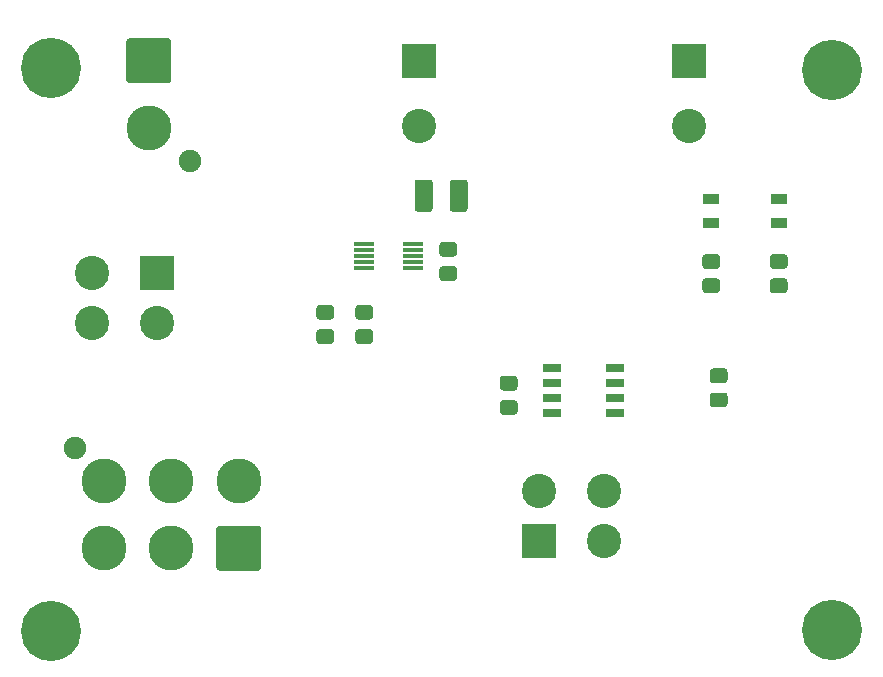
<source format=gbr>
%TF.GenerationSoftware,KiCad,Pcbnew,(5.1.6)-1*%
%TF.CreationDate,2021-04-27T16:34:21-04:00*%
%TF.ProjectId,GLV_BOBV6,474c565f-424f-4425-9636-2e6b69636164,rev?*%
%TF.SameCoordinates,Original*%
%TF.FileFunction,Soldermask,Top*%
%TF.FilePolarity,Negative*%
%FSLAX46Y46*%
G04 Gerber Fmt 4.6, Leading zero omitted, Abs format (unit mm)*
G04 Created by KiCad (PCBNEW (5.1.6)-1) date 2021-04-27 16:34:21*
%MOMM*%
%LPD*%
G01*
G04 APERTURE LIST*
%ADD10R,1.649400X0.658800*%
%ADD11R,1.344600X0.963600*%
%ADD12R,2.900000X2.900000*%
%ADD13C,2.900000*%
%ADD14R,1.674800X0.379400*%
%ADD15C,5.100000*%
%ADD16C,1.900000*%
%ADD17C,3.800000*%
G04 APERTURE END LIST*
%TO.C,R3*%
G36*
G01*
X150804262Y-45568000D02*
X149847738Y-45568000D01*
G75*
G02*
X149576000Y-45296262I0J271738D01*
G01*
X149576000Y-44589738D01*
G75*
G02*
X149847738Y-44318000I271738J0D01*
G01*
X150804262Y-44318000D01*
G75*
G02*
X151076000Y-44589738I0J-271738D01*
G01*
X151076000Y-45296262D01*
G75*
G02*
X150804262Y-45568000I-271738J0D01*
G01*
G37*
G36*
G01*
X150804262Y-43518000D02*
X149847738Y-43518000D01*
G75*
G02*
X149576000Y-43246262I0J271738D01*
G01*
X149576000Y-42539738D01*
G75*
G02*
X149847738Y-42268000I271738J0D01*
G01*
X150804262Y-42268000D01*
G75*
G02*
X151076000Y-42539738I0J-271738D01*
G01*
X151076000Y-43246262D01*
G75*
G02*
X150804262Y-43518000I-271738J0D01*
G01*
G37*
%TD*%
%TO.C,R2*%
G36*
G01*
X147502262Y-43518000D02*
X146545738Y-43518000D01*
G75*
G02*
X146274000Y-43246262I0J271738D01*
G01*
X146274000Y-42539738D01*
G75*
G02*
X146545738Y-42268000I271738J0D01*
G01*
X147502262Y-42268000D01*
G75*
G02*
X147774000Y-42539738I0J-271738D01*
G01*
X147774000Y-43246262D01*
G75*
G02*
X147502262Y-43518000I-271738J0D01*
G01*
G37*
G36*
G01*
X147502262Y-45568000D02*
X146545738Y-45568000D01*
G75*
G02*
X146274000Y-45296262I0J271738D01*
G01*
X146274000Y-44589738D01*
G75*
G02*
X146545738Y-44318000I271738J0D01*
G01*
X147502262Y-44318000D01*
G75*
G02*
X147774000Y-44589738I0J-271738D01*
G01*
X147774000Y-45296262D01*
G75*
G02*
X147502262Y-45568000I-271738J0D01*
G01*
G37*
%TD*%
%TO.C,C1*%
G36*
G01*
X157916262Y-40234000D02*
X156959738Y-40234000D01*
G75*
G02*
X156688000Y-39962262I0J271738D01*
G01*
X156688000Y-39255738D01*
G75*
G02*
X156959738Y-38984000I271738J0D01*
G01*
X157916262Y-38984000D01*
G75*
G02*
X158188000Y-39255738I0J-271738D01*
G01*
X158188000Y-39962262D01*
G75*
G02*
X157916262Y-40234000I-271738J0D01*
G01*
G37*
G36*
G01*
X157916262Y-38184000D02*
X156959738Y-38184000D01*
G75*
G02*
X156688000Y-37912262I0J271738D01*
G01*
X156688000Y-37205738D01*
G75*
G02*
X156959738Y-36934000I271738J0D01*
G01*
X157916262Y-36934000D01*
G75*
G02*
X158188000Y-37205738I0J-271738D01*
G01*
X158188000Y-37912262D01*
G75*
G02*
X157916262Y-38184000I-271738J0D01*
G01*
G37*
%TD*%
%TO.C,C2*%
G36*
G01*
X162081738Y-50320000D02*
X163038262Y-50320000D01*
G75*
G02*
X163310000Y-50591738I0J-271738D01*
G01*
X163310000Y-51298262D01*
G75*
G02*
X163038262Y-51570000I-271738J0D01*
G01*
X162081738Y-51570000D01*
G75*
G02*
X161810000Y-51298262I0J271738D01*
G01*
X161810000Y-50591738D01*
G75*
G02*
X162081738Y-50320000I271738J0D01*
G01*
G37*
G36*
G01*
X162081738Y-48270000D02*
X163038262Y-48270000D01*
G75*
G02*
X163310000Y-48541738I0J-271738D01*
G01*
X163310000Y-49248262D01*
G75*
G02*
X163038262Y-49520000I-271738J0D01*
G01*
X162081738Y-49520000D01*
G75*
G02*
X161810000Y-49248262I0J271738D01*
G01*
X161810000Y-48541738D01*
G75*
G02*
X162081738Y-48270000I271738J0D01*
G01*
G37*
%TD*%
%TO.C,C3*%
G36*
G01*
X180818262Y-50935000D02*
X179861738Y-50935000D01*
G75*
G02*
X179590000Y-50663262I0J271738D01*
G01*
X179590000Y-49956738D01*
G75*
G02*
X179861738Y-49685000I271738J0D01*
G01*
X180818262Y-49685000D01*
G75*
G02*
X181090000Y-49956738I0J-271738D01*
G01*
X181090000Y-50663262D01*
G75*
G02*
X180818262Y-50935000I-271738J0D01*
G01*
G37*
G36*
G01*
X180818262Y-48885000D02*
X179861738Y-48885000D01*
G75*
G02*
X179590000Y-48613262I0J271738D01*
G01*
X179590000Y-47906738D01*
G75*
G02*
X179861738Y-47635000I271738J0D01*
G01*
X180818262Y-47635000D01*
G75*
G02*
X181090000Y-47906738I0J-271738D01*
G01*
X181090000Y-48613262D01*
G75*
G02*
X180818262Y-48885000I-271738J0D01*
G01*
G37*
%TD*%
D10*
%TO.C,CR1*%
X166230300Y-47625000D03*
X166230300Y-48895000D03*
X166230300Y-50165000D03*
X166230300Y-51435000D03*
X171589700Y-51435000D03*
X171589700Y-50165000D03*
X171589700Y-48895000D03*
X171589700Y-47625000D03*
%TD*%
D11*
%TO.C,D2 5V*%
X179705000Y-35318700D03*
X179705000Y-33261300D03*
%TD*%
%TO.C,D3 24V*%
X185420000Y-33261300D03*
X185420000Y-35318700D03*
%TD*%
D12*
%TO.C,J2 Extra 24V*%
X177800000Y-21590000D03*
D13*
X177800000Y-27090000D03*
%TD*%
%TO.C,J3 CAN ISO*%
X154940000Y-27090000D03*
D12*
X154940000Y-21590000D03*
%TD*%
D13*
%TO.C,J4 Logic*%
X170600000Y-58030000D03*
X170600000Y-62230000D03*
X165100000Y-58030000D03*
D12*
X165100000Y-62230000D03*
%TD*%
%TO.C,J5 TSI*%
X132800000Y-39600000D03*
D13*
X132800000Y-43800000D03*
X127300000Y-39600000D03*
X127300000Y-43800000D03*
%TD*%
%TO.C,R1*%
G36*
G01*
X159095000Y-31912544D02*
X159095000Y-34127456D01*
G75*
G02*
X158827456Y-34395000I-267544J0D01*
G01*
X157837544Y-34395000D01*
G75*
G02*
X157570000Y-34127456I0J267544D01*
G01*
X157570000Y-31912544D01*
G75*
G02*
X157837544Y-31645000I267544J0D01*
G01*
X158827456Y-31645000D01*
G75*
G02*
X159095000Y-31912544I0J-267544D01*
G01*
G37*
G36*
G01*
X156120000Y-31912544D02*
X156120000Y-34127456D01*
G75*
G02*
X155852456Y-34395000I-267544J0D01*
G01*
X154862544Y-34395000D01*
G75*
G02*
X154595000Y-34127456I0J267544D01*
G01*
X154595000Y-31912544D01*
G75*
G02*
X154862544Y-31645000I267544J0D01*
G01*
X155852456Y-31645000D01*
G75*
G02*
X156120000Y-31912544I0J-267544D01*
G01*
G37*
%TD*%
%TO.C,R8*%
G36*
G01*
X179226738Y-37965000D02*
X180183262Y-37965000D01*
G75*
G02*
X180455000Y-38236738I0J-271738D01*
G01*
X180455000Y-38943262D01*
G75*
G02*
X180183262Y-39215000I-271738J0D01*
G01*
X179226738Y-39215000D01*
G75*
G02*
X178955000Y-38943262I0J271738D01*
G01*
X178955000Y-38236738D01*
G75*
G02*
X179226738Y-37965000I271738J0D01*
G01*
G37*
G36*
G01*
X179226738Y-40015000D02*
X180183262Y-40015000D01*
G75*
G02*
X180455000Y-40286738I0J-271738D01*
G01*
X180455000Y-40993262D01*
G75*
G02*
X180183262Y-41265000I-271738J0D01*
G01*
X179226738Y-41265000D01*
G75*
G02*
X178955000Y-40993262I0J271738D01*
G01*
X178955000Y-40286738D01*
G75*
G02*
X179226738Y-40015000I271738J0D01*
G01*
G37*
%TD*%
%TO.C,R9*%
G36*
G01*
X184941738Y-40015000D02*
X185898262Y-40015000D01*
G75*
G02*
X186170000Y-40286738I0J-271738D01*
G01*
X186170000Y-40993262D01*
G75*
G02*
X185898262Y-41265000I-271738J0D01*
G01*
X184941738Y-41265000D01*
G75*
G02*
X184670000Y-40993262I0J271738D01*
G01*
X184670000Y-40286738D01*
G75*
G02*
X184941738Y-40015000I271738J0D01*
G01*
G37*
G36*
G01*
X184941738Y-37965000D02*
X185898262Y-37965000D01*
G75*
G02*
X186170000Y-38236738I0J-271738D01*
G01*
X186170000Y-38943262D01*
G75*
G02*
X185898262Y-39215000I-271738J0D01*
G01*
X184941738Y-39215000D01*
G75*
G02*
X184670000Y-38943262I0J271738D01*
G01*
X184670000Y-38236738D01*
G75*
G02*
X184941738Y-37965000I271738J0D01*
G01*
G37*
%TD*%
D14*
%TO.C,U1*%
X150304500Y-37099999D03*
X150304500Y-37600001D03*
X150304500Y-38100000D03*
X150304500Y-38599999D03*
X150304500Y-39100001D03*
X154495500Y-39100001D03*
X154495500Y-38599999D03*
X154495500Y-38100000D03*
X154495500Y-37600001D03*
X154495500Y-37099999D03*
%TD*%
D15*
%TO.C,H1*%
X123825000Y-22225000D03*
%TD*%
%TO.C,H2*%
X123825000Y-69850000D03*
%TD*%
%TO.C,H3*%
X189950000Y-22350000D03*
%TD*%
%TO.C,H4*%
X189950000Y-69800000D03*
%TD*%
D16*
%TO.C,J1 LSP*%
X135560000Y-30060000D03*
D17*
X132080000Y-27290000D03*
G36*
G01*
X130180000Y-23233242D02*
X130180000Y-19946758D01*
G75*
G02*
X130436758Y-19690000I256758J0D01*
G01*
X133723242Y-19690000D01*
G75*
G02*
X133980000Y-19946758I0J-256758D01*
G01*
X133980000Y-23233242D01*
G75*
G02*
X133723242Y-23490000I-256758J0D01*
G01*
X130436758Y-23490000D01*
G75*
G02*
X130180000Y-23233242I0J256758D01*
G01*
G37*
%TD*%
D16*
%TO.C,J6 Breakers*%
X125820000Y-54395000D03*
D17*
X128300000Y-57165000D03*
X134000000Y-57165000D03*
X139700000Y-57165000D03*
X128300000Y-62865000D03*
X134000000Y-62865000D03*
G36*
G01*
X141600000Y-61221758D02*
X141600000Y-64508242D01*
G75*
G02*
X141343242Y-64765000I-256758J0D01*
G01*
X138056758Y-64765000D01*
G75*
G02*
X137800000Y-64508242I0J256758D01*
G01*
X137800000Y-61221758D01*
G75*
G02*
X138056758Y-60965000I256758J0D01*
G01*
X141343242Y-60965000D01*
G75*
G02*
X141600000Y-61221758I0J-256758D01*
G01*
G37*
%TD*%
M02*

</source>
